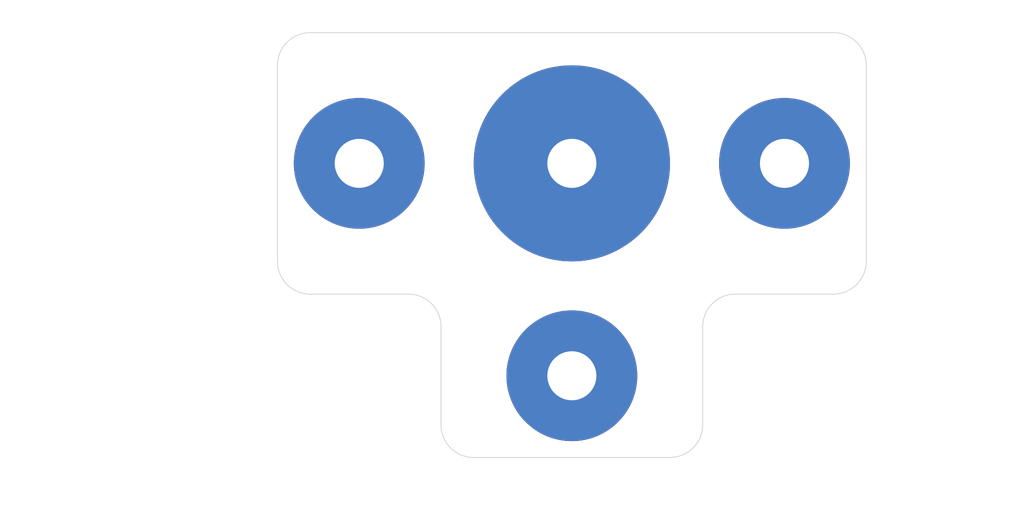
<source format=kicad_pcb>
(kicad_pcb (version 20171130) (host pcbnew 5.1.9+dfsg1-1)

  (general
    (thickness 1.6)
    (drawings 27)
    (tracks 0)
    (zones 0)
    (modules 4)
    (nets 2)
  )

  (page A4)
  (layers
    (0 F.Cu signal)
    (1 In1.Cu signal)
    (2 In2.Cu signal)
    (31 B.Cu signal)
    (32 B.Adhes user)
    (33 F.Adhes user)
    (34 B.Paste user)
    (35 F.Paste user)
    (36 B.SilkS user)
    (37 F.SilkS user)
    (38 B.Mask user)
    (39 F.Mask user)
    (40 Dwgs.User user)
    (41 Cmts.User user)
    (42 Eco1.User user)
    (43 Eco2.User user)
    (44 Edge.Cuts user)
    (45 Margin user)
    (46 B.CrtYd user)
    (47 F.CrtYd user)
    (48 B.Fab user)
    (49 F.Fab user)
  )

  (setup
    (last_trace_width 0.25)
    (trace_clearance 0.2)
    (zone_clearance 0.508)
    (zone_45_only no)
    (trace_min 0.2)
    (via_size 0.8)
    (via_drill 0.4)
    (via_min_size 0.4)
    (via_min_drill 0.3)
    (uvia_size 0.3)
    (uvia_drill 0.1)
    (uvias_allowed no)
    (uvia_min_size 0.2)
    (uvia_min_drill 0.1)
    (edge_width 0.05)
    (segment_width 0.2)
    (pcb_text_width 0.3)
    (pcb_text_size 1.5 1.5)
    (mod_edge_width 0.12)
    (mod_text_size 1 1)
    (mod_text_width 0.15)
    (pad_size 1.524 1.524)
    (pad_drill 0.762)
    (pad_to_mask_clearance 0)
    (aux_axis_origin 0 0)
    (visible_elements FFFFFF7F)
    (pcbplotparams
      (layerselection 0x010fc_ffffffff)
      (usegerberextensions true)
      (usegerberattributes false)
      (usegerberadvancedattributes false)
      (creategerberjobfile false)
      (excludeedgelayer true)
      (linewidth 0.100000)
      (plotframeref false)
      (viasonmask false)
      (mode 1)
      (useauxorigin false)
      (hpglpennumber 1)
      (hpglpenspeed 20)
      (hpglpendiameter 15.000000)
      (psnegative false)
      (psa4output false)
      (plotreference true)
      (plotvalue false)
      (plotinvisibletext false)
      (padsonsilk false)
      (subtractmaskfromsilk true)
      (outputformat 1)
      (mirror false)
      (drillshape 0)
      (scaleselection 1)
      (outputdirectory "geber/"))
  )

  (net 0 "")
  (net 1 "Net-(J1-Pad1)")

  (net_class Default "This is the default net class."
    (clearance 0.2)
    (trace_width 0.25)
    (via_dia 0.8)
    (via_drill 0.4)
    (uvia_dia 0.3)
    (uvia_drill 0.1)
    (add_net "Net-(J1-Pad1)")
  )

  (module custom-footprints:m3-d8-mounting-hole (layer F.Cu) (tedit 63D220FC) (tstamp 63D28A49)
    (at 130 113)
    (path /63D2E106)
    (fp_text reference J1 (at 0 0.5) (layer F.SilkS) hide
      (effects (font (size 1 1) (thickness 0.15)))
    )
    (fp_text value BOLT_HOLE (at 0 -0.5) (layer F.Fab)
      (effects (font (size 1 1) (thickness 0.15)))
    )
    (pad 1 thru_hole circle (at 0 0) (size 8 8) (drill 3) (layers *.Cu *.Mask)
      (net 1 "Net-(J1-Pad1)"))
  )

  (module custom-footprints:m3-d8-mounting-hole (layer F.Cu) (tedit 63D220FC) (tstamp 63D28A4E)
    (at 117 100)
    (path /63D2FB2C)
    (fp_text reference J2 (at 0 0.5) (layer F.SilkS) hide
      (effects (font (size 1 1) (thickness 0.15)))
    )
    (fp_text value BOLT_HOLE (at 0 -0.5) (layer F.Fab)
      (effects (font (size 1 1) (thickness 0.15)))
    )
    (pad 1 thru_hole circle (at 0 0) (size 8 8) (drill 3) (layers *.Cu *.Mask)
      (net 1 "Net-(J1-Pad1)"))
  )

  (module custom-footprints:m3-d8-mounting-hole (layer F.Cu) (tedit 63D220FC) (tstamp 63D28A53)
    (at 143 100)
    (path /63D2FD39)
    (fp_text reference J3 (at 0 0.5) (layer F.SilkS) hide
      (effects (font (size 1 1) (thickness 0.15)))
    )
    (fp_text value BOLT_HOLE (at 0 -0.5) (layer F.Fab)
      (effects (font (size 1 1) (thickness 0.15)))
    )
    (pad 1 thru_hole circle (at 0 0) (size 8 8) (drill 3) (layers *.Cu *.Mask)
      (net 1 "Net-(J1-Pad1)"))
  )

  (module custom-footprints:m3-d12-nut-mounter-hole (layer F.Cu) (tedit 63D6FD29) (tstamp 63D759E3)
    (at 130 100)
    (path /63D2F161)
    (fp_text reference J4 (at 0 0.5) (layer F.SilkS) hide
      (effects (font (size 1 1) (thickness 0.15)))
    )
    (fp_text value CENTER_BOLT (at 0 -0.5) (layer F.Fab)
      (effects (font (size 1 1) (thickness 0.15)))
    )
    (pad 1 thru_hole circle (at 0 0) (size 12 12) (drill 3) (layers *.Cu *.Mask)
      (net 1 "Net-(J1-Pad1)"))
  )

  (gr_line (start 124 118) (end 136 118) (layer Edge.Cuts) (width 0.05) (tstamp 63D28B16))
  (gr_arc (start 136 116) (end 136 118) (angle -90) (layer Edge.Cuts) (width 0.05))
  (gr_arc (start 124 116) (end 122 116) (angle -90) (layer Edge.Cuts) (width 0.05))
  (gr_arc (start 140 110) (end 140 108) (angle -90) (layer Edge.Cuts) (width 0.05))
  (gr_arc (start 120 110) (end 122 110) (angle -90) (layer Edge.Cuts) (width 0.05))
  (dimension 5 (width 0.15) (layer Dwgs.User)
    (gr_text "5.000 mm" (at 127.5 122.3) (layer Dwgs.User)
      (effects (font (size 1 1) (thickness 0.15)))
    )
    (feature1 (pts (xy 125 113) (xy 125 121.586421)))
    (feature2 (pts (xy 130 113) (xy 130 121.586421)))
    (crossbar (pts (xy 130 121) (xy 125 121)))
    (arrow1a (pts (xy 125 121) (xy 126.126504 120.413579)))
    (arrow1b (pts (xy 125 121) (xy 126.126504 121.586421)))
    (arrow2a (pts (xy 130 121) (xy 128.873496 120.413579)))
    (arrow2b (pts (xy 130 121) (xy 128.873496 121.586421)))
  )
  (gr_line (start 122 110) (end 122 116) (layer Edge.Cuts) (width 0.05) (tstamp 63D28B0E))
  (dimension 5 (width 0.15) (layer Dwgs.User)
    (gr_text "5.000 mm" (at 151.3 115.5 270) (layer Dwgs.User)
      (effects (font (size 1 1) (thickness 0.15)))
    )
    (feature1 (pts (xy 130 118) (xy 150.586421 118)))
    (feature2 (pts (xy 130 113) (xy 150.586421 113)))
    (crossbar (pts (xy 150 113) (xy 150 118)))
    (arrow1a (pts (xy 150 118) (xy 149.413579 116.873496)))
    (arrow1b (pts (xy 150 118) (xy 150.586421 116.873496)))
    (arrow2a (pts (xy 150 113) (xy 149.413579 114.126504)))
    (arrow2b (pts (xy 150 113) (xy 150.586421 114.126504)))
  )
  (gr_line (start 140 108) (end 146 108) (layer Edge.Cuts) (width 0.05) (tstamp 63D28B0F))
  (gr_line (start 138 116) (end 138 110) (layer Edge.Cuts) (width 0.05))
  (gr_line (start 114 108) (end 120 108) (layer Edge.Cuts) (width 0.05))
  (gr_line (start 148 94) (end 148 106) (layer Edge.Cuts) (width 0.05))
  (gr_line (start 112 106) (end 112 94) (layer Edge.Cuts) (width 0.05) (tstamp 63D28B09))
  (gr_arc (start 146 106) (end 146 108) (angle -90) (layer Edge.Cuts) (width 0.05))
  (gr_arc (start 114 106) (end 112 106) (angle -90) (layer Edge.Cuts) (width 0.05))
  (dimension 8 (width 0.15) (layer Dwgs.User)
    (gr_text "8.000 mm" (at 156.3 104 270) (layer Dwgs.User)
      (effects (font (size 1 1) (thickness 0.15)))
    )
    (feature1 (pts (xy 151 108) (xy 155.586421 108)))
    (feature2 (pts (xy 151 100) (xy 155.586421 100)))
    (crossbar (pts (xy 155 100) (xy 155 108)))
    (arrow1a (pts (xy 155 108) (xy 154.413579 106.873496)))
    (arrow1b (pts (xy 155 108) (xy 155.586421 106.873496)))
    (arrow2a (pts (xy 155 100) (xy 154.413579 101.126504)))
    (arrow2b (pts (xy 155 100) (xy 155.586421 101.126504)))
  )
  (dimension 8 (width 0.15) (layer Dwgs.User)
    (gr_text "8.000 mm" (at 98.7 104 270) (layer Dwgs.User)
      (effects (font (size 1 1) (thickness 0.15)))
    )
    (feature1 (pts (xy 106 108) (xy 99.413579 108)))
    (feature2 (pts (xy 106 100) (xy 99.413579 100)))
    (crossbar (pts (xy 100 100) (xy 100 108)))
    (arrow1a (pts (xy 100 108) (xy 99.413579 106.873496)))
    (arrow1b (pts (xy 100 108) (xy 100.586421 106.873496)))
    (arrow2a (pts (xy 100 100) (xy 99.413579 101.126504)))
    (arrow2b (pts (xy 100 100) (xy 100.586421 101.126504)))
  )
  (gr_line (start 114 92) (end 146 92) (layer Edge.Cuts) (width 0.05) (tstamp 63D28AE0))
  (gr_arc (start 146 94) (end 148 94) (angle -90) (layer Edge.Cuts) (width 0.05))
  (gr_arc (start 114 94) (end 114 92) (angle -90) (layer Edge.Cuts) (width 0.05))
  (dimension 5 (width 0.15) (layer Dwgs.User)
    (gr_text "5.000 mm" (at 152.3 102.5 270) (layer Dwgs.User)
      (effects (font (size 1 1) (thickness 0.15)))
    )
    (feature1 (pts (xy 117 105) (xy 151.586421 105)))
    (feature2 (pts (xy 117 100) (xy 151.586421 100)))
    (crossbar (pts (xy 151 100) (xy 151 105)))
    (arrow1a (pts (xy 151 105) (xy 150.413579 103.873496)))
    (arrow1b (pts (xy 151 105) (xy 151.586421 103.873496)))
    (arrow2a (pts (xy 151 100) (xy 150.413579 101.126504)))
    (arrow2b (pts (xy 151 100) (xy 151.586421 101.126504)))
  )
  (dimension 5 (width 0.15) (layer Dwgs.User)
    (gr_text "5.000 mm" (at 104.7 115.5 270) (layer Dwgs.User)
      (effects (font (size 1 1) (thickness 0.15)))
    )
    (feature1 (pts (xy 130 118) (xy 105.413579 118)))
    (feature2 (pts (xy 130 113) (xy 105.413579 113)))
    (crossbar (pts (xy 106 113) (xy 106 118)))
    (arrow1a (pts (xy 106 118) (xy 105.413579 116.873496)))
    (arrow1b (pts (xy 106 118) (xy 106.586421 116.873496)))
    (arrow2a (pts (xy 106 113) (xy 105.413579 114.126504)))
    (arrow2b (pts (xy 106 113) (xy 106.586421 114.126504)))
  )
  (dimension 13 (width 0.15) (layer Dwgs.User)
    (gr_text "13.000 mm" (at 104.7 106.5 270) (layer Dwgs.User)
      (effects (font (size 1 1) (thickness 0.15)))
    )
    (feature1 (pts (xy 130 113) (xy 105.413579 113)))
    (feature2 (pts (xy 130 100) (xy 105.413579 100)))
    (crossbar (pts (xy 106 100) (xy 106 113)))
    (arrow1a (pts (xy 106 113) (xy 105.413579 111.873496)))
    (arrow1b (pts (xy 106 113) (xy 106.586421 111.873496)))
    (arrow2a (pts (xy 106 100) (xy 105.413579 101.126504)))
    (arrow2b (pts (xy 106 100) (xy 106.586421 101.126504)))
  )
  (dimension 5 (width 0.15) (layer Dwgs.User)
    (gr_text "5.000 mm" (at 145.5 90.7) (layer Dwgs.User)
      (effects (font (size 1 1) (thickness 0.15)))
    )
    (feature1 (pts (xy 148 100) (xy 148 91.413579)))
    (feature2 (pts (xy 143 100) (xy 143 91.413579)))
    (crossbar (pts (xy 143 92) (xy 148 92)))
    (arrow1a (pts (xy 148 92) (xy 146.873496 92.586421)))
    (arrow1b (pts (xy 148 92) (xy 146.873496 91.413579)))
    (arrow2a (pts (xy 143 92) (xy 144.126504 92.586421)))
    (arrow2b (pts (xy 143 92) (xy 144.126504 91.413579)))
  )
  (dimension 5 (width 0.15) (layer Dwgs.User)
    (gr_text "5.000 mm" (at 114.5 90.7) (layer Dwgs.User)
      (effects (font (size 1 1) (thickness 0.15)))
    )
    (feature1 (pts (xy 112 100) (xy 112 91.413579)))
    (feature2 (pts (xy 117 100) (xy 117 91.413579)))
    (crossbar (pts (xy 117 92) (xy 112 92)))
    (arrow1a (pts (xy 112 92) (xy 113.126504 91.413579)))
    (arrow1b (pts (xy 112 92) (xy 113.126504 92.586421)))
    (arrow2a (pts (xy 117 92) (xy 115.873496 91.413579)))
    (arrow2b (pts (xy 117 92) (xy 115.873496 92.586421)))
  )
  (dimension 13 (width 0.15) (layer Dwgs.User)
    (gr_text "13.000 mm" (at 136.5 90.7) (layer Dwgs.User)
      (effects (font (size 1 1) (thickness 0.15)))
    )
    (feature1 (pts (xy 143 100) (xy 143 91.413579)))
    (feature2 (pts (xy 130 100) (xy 130 91.413579)))
    (crossbar (pts (xy 130 92) (xy 143 92)))
    (arrow1a (pts (xy 143 92) (xy 141.873496 92.586421)))
    (arrow1b (pts (xy 143 92) (xy 141.873496 91.413579)))
    (arrow2a (pts (xy 130 92) (xy 131.126504 92.586421)))
    (arrow2b (pts (xy 130 92) (xy 131.126504 91.413579)))
  )
  (dimension 13 (width 0.15) (layer Dwgs.User)
    (gr_text "13.000 mm" (at 123.5 90.7) (layer Dwgs.User)
      (effects (font (size 1 1) (thickness 0.15)))
    )
    (feature1 (pts (xy 117 100) (xy 117 91.413579)))
    (feature2 (pts (xy 130 100) (xy 130 91.413579)))
    (crossbar (pts (xy 130 92) (xy 117 92)))
    (arrow1a (pts (xy 117 92) (xy 118.126504 91.413579)))
    (arrow1b (pts (xy 117 92) (xy 118.126504 92.586421)))
    (arrow2a (pts (xy 130 92) (xy 128.873496 91.413579)))
    (arrow2b (pts (xy 130 92) (xy 128.873496 92.586421)))
  )

  (zone (net 1) (net_name "Net-(J1-Pad1)") (layer In1.Cu) (tstamp 63D75AA9) (hatch edge 0.508)
    (connect_pads (clearance 0.508))
    (min_thickness 0.254)
    (fill yes (arc_segments 32) (thermal_gap 0.508) (thermal_bridge_width 0.508))
    (polygon
      (pts
        (xy 148 118) (xy 112 118) (xy 112 92) (xy 148 92)
      )
    )
    (filled_polygon
      (pts
        (xy 146.259659 92.688625) (xy 146.509429 92.764035) (xy 146.739792 92.886522) (xy 146.94198 93.051422) (xy 147.108286 93.25245)
        (xy 147.232378 93.481954) (xy 147.309531 93.731195) (xy 147.34 94.021089) (xy 147.34 98.324638) (xy 147.323975 98.269434)
        (xy 146.903275 97.459121) (xy 146.841185 97.366197) (xy 146.26958 96.910025) (xy 143.179605 100) (xy 146.26958 103.089975)
        (xy 146.841185 102.633803) (xy 147.281207 101.833817) (xy 147.340001 101.648053) (xy 147.340001 105.967711) (xy 147.311375 106.25966)
        (xy 147.235965 106.509429) (xy 147.113477 106.739794) (xy 146.948579 106.941979) (xy 146.747546 107.108288) (xy 146.518046 107.232378)
        (xy 146.268805 107.309531) (xy 145.978911 107.34) (xy 139.967581 107.34) (xy 139.938627 107.342852) (xy 139.926219 107.342765)
        (xy 139.917047 107.343665) (xy 139.528855 107.384466) (xy 139.470299 107.396486) (xy 139.411498 107.407702) (xy 139.402677 107.410366)
        (xy 139.029802 107.52579) (xy 138.974647 107.548975) (xy 138.919194 107.571379) (xy 138.911062 107.575704) (xy 138.911057 107.575706)
        (xy 138.911053 107.575709) (xy 138.567702 107.761357) (xy 138.518101 107.794813) (xy 138.468054 107.827563) (xy 138.460913 107.833387)
        (xy 138.160158 108.082194) (xy 138.118019 108.124629) (xy 138.075269 108.166492) (xy 138.069396 108.173593) (xy 137.822695 108.476077)
        (xy 137.789598 108.525893) (xy 137.755795 108.575259) (xy 137.751413 108.583365) (xy 137.568163 108.928007) (xy 137.545368 108.983313)
        (xy 137.521802 109.038296) (xy 137.519077 109.047099) (xy 137.406259 109.42077) (xy 137.394639 109.479458) (xy 137.382203 109.537961)
        (xy 137.38124 109.547126) (xy 137.34315 109.935595) (xy 137.34315 109.935608) (xy 137.340001 109.967581) (xy 137.34 115.967721)
        (xy 137.311375 116.25966) (xy 137.235965 116.509429) (xy 137.113477 116.739794) (xy 136.948579 116.941979) (xy 136.747546 117.108288)
        (xy 136.518046 117.232378) (xy 136.268805 117.309531) (xy 135.978911 117.34) (xy 131.675363 117.34) (xy 131.730566 117.323975)
        (xy 132.540879 116.903275) (xy 132.633803 116.841185) (xy 133.089975 116.26958) (xy 130 113.179605) (xy 126.910025 116.26958)
        (xy 127.366197 116.841185) (xy 128.166183 117.281207) (xy 128.351945 117.34) (xy 124.032279 117.34) (xy 123.74034 117.311375)
        (xy 123.490571 117.235965) (xy 123.260206 117.113477) (xy 123.058021 116.948579) (xy 122.891712 116.747546) (xy 122.767622 116.518046)
        (xy 122.690469 116.268805) (xy 122.66 115.978911) (xy 122.66 112.944121) (xy 125.342909 112.944121) (xy 125.421492 113.853748)
        (xy 125.676025 114.730566) (xy 126.096725 115.540879) (xy 126.158815 115.633803) (xy 126.73042 116.089975) (xy 129.820395 113)
        (xy 130.179605 113) (xy 133.26958 116.089975) (xy 133.841185 115.633803) (xy 134.281207 114.833817) (xy 134.556704 113.963359)
        (xy 134.657091 113.055879) (xy 134.578508 112.146252) (xy 134.323975 111.269434) (xy 133.903275 110.459121) (xy 133.841185 110.366197)
        (xy 133.26958 109.910025) (xy 130.179605 113) (xy 129.820395 113) (xy 126.73042 109.910025) (xy 126.158815 110.366197)
        (xy 125.718793 111.166183) (xy 125.443296 112.036641) (xy 125.342909 112.944121) (xy 122.66 112.944121) (xy 122.66 109.967581)
        (xy 122.657148 109.938627) (xy 122.657235 109.926219) (xy 122.656335 109.917047) (xy 122.63672 109.73042) (xy 126.910025 109.73042)
        (xy 130 112.820395) (xy 133.089975 109.73042) (xy 132.633803 109.158815) (xy 131.833817 108.718793) (xy 130.963359 108.443296)
        (xy 130.055879 108.342909) (xy 129.146252 108.421492) (xy 128.269434 108.676025) (xy 127.459121 109.096725) (xy 127.366197 109.158815)
        (xy 126.910025 109.73042) (xy 122.63672 109.73042) (xy 122.615534 109.528855) (xy 122.603514 109.470299) (xy 122.592298 109.411498)
        (xy 122.589634 109.402677) (xy 122.47421 109.029802) (xy 122.451025 108.974647) (xy 122.428621 108.919194) (xy 122.424294 108.911058)
        (xy 122.424294 108.911057) (xy 122.424291 108.911053) (xy 122.238643 108.567702) (xy 122.205187 108.518101) (xy 122.172437 108.468054)
        (xy 122.166613 108.460913) (xy 121.917806 108.160158) (xy 121.875371 108.118019) (xy 121.833508 108.075269) (xy 121.826407 108.069396)
        (xy 121.523923 107.822695) (xy 121.474107 107.789598) (xy 121.424741 107.755795) (xy 121.416635 107.751413) (xy 121.071993 107.568163)
        (xy 121.016687 107.545368) (xy 120.961704 107.521802) (xy 120.952901 107.519077) (xy 120.57923 107.406259) (xy 120.520542 107.394639)
        (xy 120.462039 107.382203) (xy 120.452874 107.38124) (xy 120.064405 107.34315) (xy 120.064402 107.34315) (xy 120.032419 107.34)
        (xy 114.032279 107.34) (xy 113.74034 107.311375) (xy 113.490571 107.235965) (xy 113.260206 107.113477) (xy 113.058021 106.948579)
        (xy 112.891712 106.747546) (xy 112.767622 106.518046) (xy 112.690469 106.268805) (xy 112.66 105.978911) (xy 112.66 104.691028)
        (xy 125.488577 104.691028) (xy 126.184631 105.467471) (xy 127.324592 106.106757) (xy 128.567369 106.511363) (xy 129.8652 106.665741)
        (xy 131.168212 106.56396) (xy 132.42633 106.209928) (xy 133.591206 105.617253) (xy 133.815369 105.467471) (xy 134.511423 104.691028)
        (xy 130 100.179605) (xy 125.488577 104.691028) (xy 112.66 104.691028) (xy 112.66 103.26958) (xy 113.910025 103.26958)
        (xy 114.366197 103.841185) (xy 115.166183 104.281207) (xy 116.036641 104.556704) (xy 116.944121 104.657091) (xy 117.853748 104.578508)
        (xy 118.730566 104.323975) (xy 119.540879 103.903275) (xy 119.633803 103.841185) (xy 120.089975 103.26958) (xy 117 100.179605)
        (xy 113.910025 103.26958) (xy 112.66 103.26958) (xy 112.66 101.675363) (xy 112.676025 101.730566) (xy 113.096725 102.540879)
        (xy 113.158815 102.633803) (xy 113.73042 103.089975) (xy 116.820395 100) (xy 117.179605 100) (xy 120.26958 103.089975)
        (xy 120.841185 102.633803) (xy 121.281207 101.833817) (xy 121.556704 100.963359) (xy 121.657091 100.055879) (xy 121.640619 99.8652)
        (xy 123.334259 99.8652) (xy 123.43604 101.168212) (xy 123.790072 102.42633) (xy 124.382747 103.591206) (xy 124.532529 103.815369)
        (xy 125.308972 104.511423) (xy 129.820395 100) (xy 130.179605 100) (xy 134.691028 104.511423) (xy 135.467471 103.815369)
        (xy 135.773547 103.26958) (xy 139.910025 103.26958) (xy 140.366197 103.841185) (xy 141.166183 104.281207) (xy 142.036641 104.556704)
        (xy 142.944121 104.657091) (xy 143.853748 104.578508) (xy 144.730566 104.323975) (xy 145.540879 103.903275) (xy 145.633803 103.841185)
        (xy 146.089975 103.26958) (xy 143 100.179605) (xy 139.910025 103.26958) (xy 135.773547 103.26958) (xy 136.106757 102.675408)
        (xy 136.511363 101.432631) (xy 136.665741 100.1348) (xy 136.650847 99.944121) (xy 138.342909 99.944121) (xy 138.421492 100.853748)
        (xy 138.676025 101.730566) (xy 139.096725 102.540879) (xy 139.158815 102.633803) (xy 139.73042 103.089975) (xy 142.820395 100)
        (xy 139.73042 96.910025) (xy 139.158815 97.366197) (xy 138.718793 98.166183) (xy 138.443296 99.036641) (xy 138.342909 99.944121)
        (xy 136.650847 99.944121) (xy 136.56396 98.831788) (xy 136.209928 97.57367) (xy 135.780893 96.73042) (xy 139.910025 96.73042)
        (xy 143 99.820395) (xy 146.089975 96.73042) (xy 145.633803 96.158815) (xy 144.833817 95.718793) (xy 143.963359 95.443296)
        (xy 143.055879 95.342909) (xy 142.146252 95.421492) (xy 141.269434 95.676025) (xy 140.459121 96.096725) (xy 140.366197 96.158815)
        (xy 139.910025 96.73042) (xy 135.780893 96.73042) (xy 135.617253 96.408794) (xy 135.467471 96.184631) (xy 134.691028 95.488577)
        (xy 130.179605 100) (xy 129.820395 100) (xy 125.308972 95.488577) (xy 124.532529 96.184631) (xy 123.893243 97.324592)
        (xy 123.488637 98.567369) (xy 123.334259 99.8652) (xy 121.640619 99.8652) (xy 121.578508 99.146252) (xy 121.323975 98.269434)
        (xy 120.903275 97.459121) (xy 120.841185 97.366197) (xy 120.26958 96.910025) (xy 117.179605 100) (xy 116.820395 100)
        (xy 113.73042 96.910025) (xy 113.158815 97.366197) (xy 112.718793 98.166183) (xy 112.66 98.351945) (xy 112.66 96.73042)
        (xy 113.910025 96.73042) (xy 117 99.820395) (xy 120.089975 96.73042) (xy 119.633803 96.158815) (xy 118.833817 95.718793)
        (xy 117.963359 95.443296) (xy 117.055879 95.342909) (xy 116.146252 95.421492) (xy 115.269434 95.676025) (xy 114.459121 96.096725)
        (xy 114.366197 96.158815) (xy 113.910025 96.73042) (xy 112.66 96.73042) (xy 112.66 95.308972) (xy 125.488577 95.308972)
        (xy 130 99.820395) (xy 134.511423 95.308972) (xy 133.815369 94.532529) (xy 132.675408 93.893243) (xy 131.432631 93.488637)
        (xy 130.1348 93.334259) (xy 128.831788 93.43604) (xy 127.57367 93.790072) (xy 126.408794 94.382747) (xy 126.184631 94.532529)
        (xy 125.488577 95.308972) (xy 112.66 95.308972) (xy 112.66 94.032279) (xy 112.688625 93.740341) (xy 112.764035 93.490571)
        (xy 112.886522 93.260208) (xy 113.051422 93.05802) (xy 113.25245 92.891714) (xy 113.481954 92.767622) (xy 113.731195 92.690469)
        (xy 114.021088 92.66) (xy 145.967721 92.66)
      )
    )
  )
  (zone (net 1) (net_name "Net-(J1-Pad1)") (layer In2.Cu) (tstamp 63D75AA6) (hatch edge 0.508)
    (connect_pads (clearance 0.508))
    (min_thickness 0.254)
    (fill yes (arc_segments 32) (thermal_gap 0.508) (thermal_bridge_width 0.508))
    (polygon
      (pts
        (xy 148 118) (xy 112 118) (xy 112 92) (xy 148 92)
      )
    )
    (filled_polygon
      (pts
        (xy 146.259659 92.688625) (xy 146.509429 92.764035) (xy 146.739792 92.886522) (xy 146.94198 93.051422) (xy 147.108286 93.25245)
        (xy 147.232378 93.481954) (xy 147.309531 93.731195) (xy 147.34 94.021089) (xy 147.34 98.324638) (xy 147.323975 98.269434)
        (xy 146.903275 97.459121) (xy 146.841185 97.366197) (xy 146.26958 96.910025) (xy 143.179605 100) (xy 146.26958 103.089975)
        (xy 146.841185 102.633803) (xy 147.281207 101.833817) (xy 147.340001 101.648053) (xy 147.340001 105.967711) (xy 147.311375 106.25966)
        (xy 147.235965 106.509429) (xy 147.113477 106.739794) (xy 146.948579 106.941979) (xy 146.747546 107.108288) (xy 146.518046 107.232378)
        (xy 146.268805 107.309531) (xy 145.978911 107.34) (xy 139.967581 107.34) (xy 139.938627 107.342852) (xy 139.926219 107.342765)
        (xy 139.917047 107.343665) (xy 139.528855 107.384466) (xy 139.470299 107.396486) (xy 139.411498 107.407702) (xy 139.402677 107.410366)
        (xy 139.029802 107.52579) (xy 138.974647 107.548975) (xy 138.919194 107.571379) (xy 138.911062 107.575704) (xy 138.911057 107.575706)
        (xy 138.911053 107.575709) (xy 138.567702 107.761357) (xy 138.518101 107.794813) (xy 138.468054 107.827563) (xy 138.460913 107.833387)
        (xy 138.160158 108.082194) (xy 138.118019 108.124629) (xy 138.075269 108.166492) (xy 138.069396 108.173593) (xy 137.822695 108.476077)
        (xy 137.789598 108.525893) (xy 137.755795 108.575259) (xy 137.751413 108.583365) (xy 137.568163 108.928007) (xy 137.545368 108.983313)
        (xy 137.521802 109.038296) (xy 137.519077 109.047099) (xy 137.406259 109.42077) (xy 137.394639 109.479458) (xy 137.382203 109.537961)
        (xy 137.38124 109.547126) (xy 137.34315 109.935595) (xy 137.34315 109.935608) (xy 137.340001 109.967581) (xy 137.34 115.967721)
        (xy 137.311375 116.25966) (xy 137.235965 116.509429) (xy 137.113477 116.739794) (xy 136.948579 116.941979) (xy 136.747546 117.108288)
        (xy 136.518046 117.232378) (xy 136.268805 117.309531) (xy 135.978911 117.34) (xy 131.675363 117.34) (xy 131.730566 117.323975)
        (xy 132.540879 116.903275) (xy 132.633803 116.841185) (xy 133.089975 116.26958) (xy 130 113.179605) (xy 126.910025 116.26958)
        (xy 127.366197 116.841185) (xy 128.166183 117.281207) (xy 128.351945 117.34) (xy 124.032279 117.34) (xy 123.74034 117.311375)
        (xy 123.490571 117.235965) (xy 123.260206 117.113477) (xy 123.058021 116.948579) (xy 122.891712 116.747546) (xy 122.767622 116.518046)
        (xy 122.690469 116.268805) (xy 122.66 115.978911) (xy 122.66 112.944121) (xy 125.342909 112.944121) (xy 125.421492 113.853748)
        (xy 125.676025 114.730566) (xy 126.096725 115.540879) (xy 126.158815 115.633803) (xy 126.73042 116.089975) (xy 129.820395 113)
        (xy 130.179605 113) (xy 133.26958 116.089975) (xy 133.841185 115.633803) (xy 134.281207 114.833817) (xy 134.556704 113.963359)
        (xy 134.657091 113.055879) (xy 134.578508 112.146252) (xy 134.323975 111.269434) (xy 133.903275 110.459121) (xy 133.841185 110.366197)
        (xy 133.26958 109.910025) (xy 130.179605 113) (xy 129.820395 113) (xy 126.73042 109.910025) (xy 126.158815 110.366197)
        (xy 125.718793 111.166183) (xy 125.443296 112.036641) (xy 125.342909 112.944121) (xy 122.66 112.944121) (xy 122.66 109.967581)
        (xy 122.657148 109.938627) (xy 122.657235 109.926219) (xy 122.656335 109.917047) (xy 122.63672 109.73042) (xy 126.910025 109.73042)
        (xy 130 112.820395) (xy 133.089975 109.73042) (xy 132.633803 109.158815) (xy 131.833817 108.718793) (xy 130.963359 108.443296)
        (xy 130.055879 108.342909) (xy 129.146252 108.421492) (xy 128.269434 108.676025) (xy 127.459121 109.096725) (xy 127.366197 109.158815)
        (xy 126.910025 109.73042) (xy 122.63672 109.73042) (xy 122.615534 109.528855) (xy 122.603514 109.470299) (xy 122.592298 109.411498)
        (xy 122.589634 109.402677) (xy 122.47421 109.029802) (xy 122.451025 108.974647) (xy 122.428621 108.919194) (xy 122.424294 108.911058)
        (xy 122.424294 108.911057) (xy 122.424291 108.911053) (xy 122.238643 108.567702) (xy 122.205187 108.518101) (xy 122.172437 108.468054)
        (xy 122.166613 108.460913) (xy 121.917806 108.160158) (xy 121.875371 108.118019) (xy 121.833508 108.075269) (xy 121.826407 108.069396)
        (xy 121.523923 107.822695) (xy 121.474107 107.789598) (xy 121.424741 107.755795) (xy 121.416635 107.751413) (xy 121.071993 107.568163)
        (xy 121.016687 107.545368) (xy 120.961704 107.521802) (xy 120.952901 107.519077) (xy 120.57923 107.406259) (xy 120.520542 107.394639)
        (xy 120.462039 107.382203) (xy 120.452874 107.38124) (xy 120.064405 107.34315) (xy 120.064402 107.34315) (xy 120.032419 107.34)
        (xy 114.032279 107.34) (xy 113.74034 107.311375) (xy 113.490571 107.235965) (xy 113.260206 107.113477) (xy 113.058021 106.948579)
        (xy 112.891712 106.747546) (xy 112.767622 106.518046) (xy 112.690469 106.268805) (xy 112.66 105.978911) (xy 112.66 104.691028)
        (xy 125.488577 104.691028) (xy 126.184631 105.467471) (xy 127.324592 106.106757) (xy 128.567369 106.511363) (xy 129.8652 106.665741)
        (xy 131.168212 106.56396) (xy 132.42633 106.209928) (xy 133.591206 105.617253) (xy 133.815369 105.467471) (xy 134.511423 104.691028)
        (xy 130 100.179605) (xy 125.488577 104.691028) (xy 112.66 104.691028) (xy 112.66 103.26958) (xy 113.910025 103.26958)
        (xy 114.366197 103.841185) (xy 115.166183 104.281207) (xy 116.036641 104.556704) (xy 116.944121 104.657091) (xy 117.853748 104.578508)
        (xy 118.730566 104.323975) (xy 119.540879 103.903275) (xy 119.633803 103.841185) (xy 120.089975 103.26958) (xy 117 100.179605)
        (xy 113.910025 103.26958) (xy 112.66 103.26958) (xy 112.66 101.675363) (xy 112.676025 101.730566) (xy 113.096725 102.540879)
        (xy 113.158815 102.633803) (xy 113.73042 103.089975) (xy 116.820395 100) (xy 117.179605 100) (xy 120.26958 103.089975)
        (xy 120.841185 102.633803) (xy 121.281207 101.833817) (xy 121.556704 100.963359) (xy 121.657091 100.055879) (xy 121.640619 99.8652)
        (xy 123.334259 99.8652) (xy 123.43604 101.168212) (xy 123.790072 102.42633) (xy 124.382747 103.591206) (xy 124.532529 103.815369)
        (xy 125.308972 104.511423) (xy 129.820395 100) (xy 130.179605 100) (xy 134.691028 104.511423) (xy 135.467471 103.815369)
        (xy 135.773547 103.26958) (xy 139.910025 103.26958) (xy 140.366197 103.841185) (xy 141.166183 104.281207) (xy 142.036641 104.556704)
        (xy 142.944121 104.657091) (xy 143.853748 104.578508) (xy 144.730566 104.323975) (xy 145.540879 103.903275) (xy 145.633803 103.841185)
        (xy 146.089975 103.26958) (xy 143 100.179605) (xy 139.910025 103.26958) (xy 135.773547 103.26958) (xy 136.106757 102.675408)
        (xy 136.511363 101.432631) (xy 136.665741 100.1348) (xy 136.650847 99.944121) (xy 138.342909 99.944121) (xy 138.421492 100.853748)
        (xy 138.676025 101.730566) (xy 139.096725 102.540879) (xy 139.158815 102.633803) (xy 139.73042 103.089975) (xy 142.820395 100)
        (xy 139.73042 96.910025) (xy 139.158815 97.366197) (xy 138.718793 98.166183) (xy 138.443296 99.036641) (xy 138.342909 99.944121)
        (xy 136.650847 99.944121) (xy 136.56396 98.831788) (xy 136.209928 97.57367) (xy 135.780893 96.73042) (xy 139.910025 96.73042)
        (xy 143 99.820395) (xy 146.089975 96.73042) (xy 145.633803 96.158815) (xy 144.833817 95.718793) (xy 143.963359 95.443296)
        (xy 143.055879 95.342909) (xy 142.146252 95.421492) (xy 141.269434 95.676025) (xy 140.459121 96.096725) (xy 140.366197 96.158815)
        (xy 139.910025 96.73042) (xy 135.780893 96.73042) (xy 135.617253 96.408794) (xy 135.467471 96.184631) (xy 134.691028 95.488577)
        (xy 130.179605 100) (xy 129.820395 100) (xy 125.308972 95.488577) (xy 124.532529 96.184631) (xy 123.893243 97.324592)
        (xy 123.488637 98.567369) (xy 123.334259 99.8652) (xy 121.640619 99.8652) (xy 121.578508 99.146252) (xy 121.323975 98.269434)
        (xy 120.903275 97.459121) (xy 120.841185 97.366197) (xy 120.26958 96.910025) (xy 117.179605 100) (xy 116.820395 100)
        (xy 113.73042 96.910025) (xy 113.158815 97.366197) (xy 112.718793 98.166183) (xy 112.66 98.351945) (xy 112.66 96.73042)
        (xy 113.910025 96.73042) (xy 117 99.820395) (xy 120.089975 96.73042) (xy 119.633803 96.158815) (xy 118.833817 95.718793)
        (xy 117.963359 95.443296) (xy 117.055879 95.342909) (xy 116.146252 95.421492) (xy 115.269434 95.676025) (xy 114.459121 96.096725)
        (xy 114.366197 96.158815) (xy 113.910025 96.73042) (xy 112.66 96.73042) (xy 112.66 95.308972) (xy 125.488577 95.308972)
        (xy 130 99.820395) (xy 134.511423 95.308972) (xy 133.815369 94.532529) (xy 132.675408 93.893243) (xy 131.432631 93.488637)
        (xy 130.1348 93.334259) (xy 128.831788 93.43604) (xy 127.57367 93.790072) (xy 126.408794 94.382747) (xy 126.184631 94.532529)
        (xy 125.488577 95.308972) (xy 112.66 95.308972) (xy 112.66 94.032279) (xy 112.688625 93.740341) (xy 112.764035 93.490571)
        (xy 112.886522 93.260208) (xy 113.051422 93.05802) (xy 113.25245 92.891714) (xy 113.481954 92.767622) (xy 113.731195 92.690469)
        (xy 114.021088 92.66) (xy 145.967721 92.66)
      )
    )
  )
)

</source>
